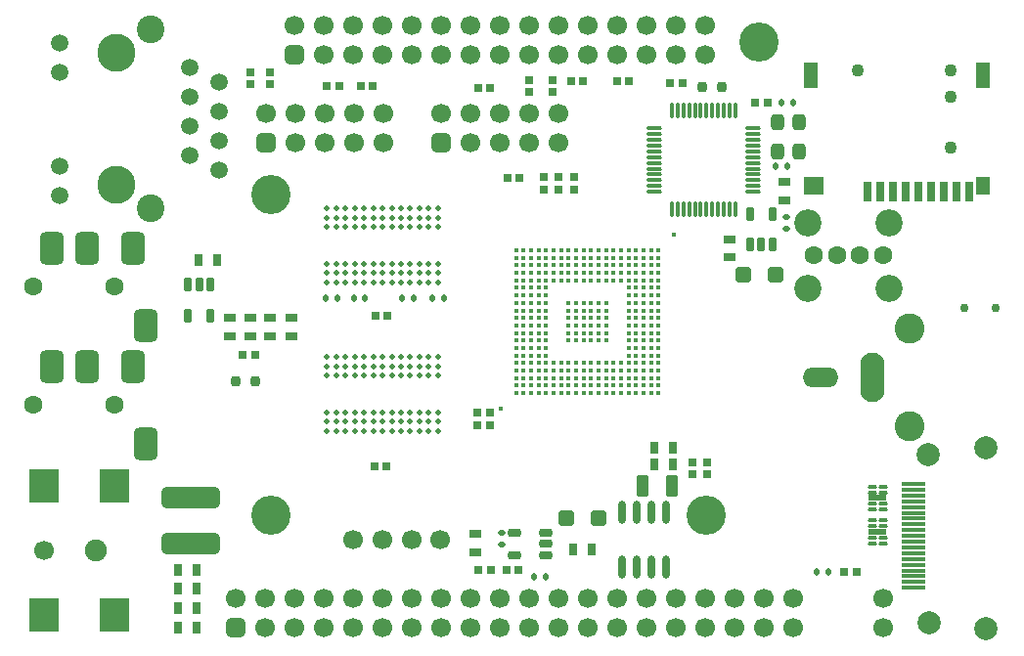
<source format=gts>
G04 Layer_Color=8388736*
%FSLAX44Y44*%
%MOMM*%
G71*
G01*
G75*
%ADD105C,1.6000*%
%ADD108C,1.5000*%
%ADD109C,1.9000*%
%ADD195R,1.0000X0.8000*%
%ADD196R,0.8000X1.0000*%
G04:AMPARAMS|DCode=197|XSize=0.6mm|YSize=0.55mm|CornerRadius=0.1625mm|HoleSize=0mm|Usage=FLASHONLY|Rotation=270.000|XOffset=0mm|YOffset=0mm|HoleType=Round|Shape=RoundedRectangle|*
%AMROUNDEDRECTD197*
21,1,0.6000,0.2250,0,0,270.0*
21,1,0.2750,0.5500,0,0,270.0*
1,1,0.3250,-0.1125,-0.1375*
1,1,0.3250,-0.1125,0.1375*
1,1,0.3250,0.1125,0.1375*
1,1,0.3250,0.1125,-0.1375*
%
%ADD197ROUNDEDRECTD197*%
G04:AMPARAMS|DCode=198|XSize=0.7mm|YSize=0.75mm|CornerRadius=0.2mm|HoleSize=0mm|Usage=FLASHONLY|Rotation=180.000|XOffset=0mm|YOffset=0mm|HoleType=Round|Shape=RoundedRectangle|*
%AMROUNDEDRECTD198*
21,1,0.7000,0.3500,0,0,180.0*
21,1,0.3000,0.7500,0,0,180.0*
1,1,0.4000,-0.1500,0.1750*
1,1,0.4000,0.1500,0.1750*
1,1,0.4000,0.1500,-0.1750*
1,1,0.4000,-0.1500,-0.1750*
%
%ADD198ROUNDEDRECTD198*%
G04:AMPARAMS|DCode=199|XSize=0.7mm|YSize=0.75mm|CornerRadius=0.2mm|HoleSize=0mm|Usage=FLASHONLY|Rotation=90.000|XOffset=0mm|YOffset=0mm|HoleType=Round|Shape=RoundedRectangle|*
%AMROUNDEDRECTD199*
21,1,0.7000,0.3500,0,0,90.0*
21,1,0.3000,0.7500,0,0,90.0*
1,1,0.4000,0.1750,0.1500*
1,1,0.4000,0.1750,-0.1500*
1,1,0.4000,-0.1750,-0.1500*
1,1,0.4000,-0.1750,0.1500*
%
%ADD199ROUNDEDRECTD199*%
%ADD200C,0.5000*%
G04:AMPARAMS|DCode=201|XSize=1.4mm|YSize=1.15mm|CornerRadius=0.3125mm|HoleSize=0mm|Usage=FLASHONLY|Rotation=270.000|XOffset=0mm|YOffset=0mm|HoleType=Round|Shape=RoundedRectangle|*
%AMROUNDEDRECTD201*
21,1,1.4000,0.5250,0,0,270.0*
21,1,0.7750,1.1500,0,0,270.0*
1,1,0.6250,-0.2625,-0.3875*
1,1,0.6250,-0.2625,0.3875*
1,1,0.6250,0.2625,0.3875*
1,1,0.6250,0.2625,-0.3875*
%
%ADD201ROUNDEDRECTD201*%
G04:AMPARAMS|DCode=202|XSize=0.9mm|YSize=0.8mm|CornerRadius=0.225mm|HoleSize=0mm|Usage=FLASHONLY|Rotation=270.000|XOffset=0mm|YOffset=0mm|HoleType=Round|Shape=RoundedRectangle|*
%AMROUNDEDRECTD202*
21,1,0.9000,0.3500,0,0,270.0*
21,1,0.4500,0.8000,0,0,270.0*
1,1,0.4500,-0.1750,-0.2250*
1,1,0.4500,-0.1750,0.2250*
1,1,0.4500,0.1750,0.2250*
1,1,0.4500,0.1750,-0.2250*
%
%ADD202ROUNDEDRECTD202*%
G04:AMPARAMS|DCode=203|XSize=1.3mm|YSize=0.33mm|CornerRadius=0.1075mm|HoleSize=0mm|Usage=FLASHONLY|Rotation=270.000|XOffset=0mm|YOffset=0mm|HoleType=Round|Shape=RoundedRectangle|*
%AMROUNDEDRECTD203*
21,1,1.3000,0.1150,0,0,270.0*
21,1,1.0850,0.3300,0,0,270.0*
1,1,0.2150,-0.0575,-0.5425*
1,1,0.2150,-0.0575,0.5425*
1,1,0.2150,0.0575,0.5425*
1,1,0.2150,0.0575,-0.5425*
%
%ADD203ROUNDEDRECTD203*%
G04:AMPARAMS|DCode=204|XSize=1.3mm|YSize=0.33mm|CornerRadius=0.1075mm|HoleSize=0mm|Usage=FLASHONLY|Rotation=0.000|XOffset=0mm|YOffset=0mm|HoleType=Round|Shape=RoundedRectangle|*
%AMROUNDEDRECTD204*
21,1,1.3000,0.1150,0,0,0.0*
21,1,1.0850,0.3300,0,0,0.0*
1,1,0.2150,0.5425,-0.0575*
1,1,0.2150,-0.5425,-0.0575*
1,1,0.2150,-0.5425,0.0575*
1,1,0.2150,0.5425,0.0575*
%
%ADD204ROUNDEDRECTD204*%
%ADD205C,0.3900*%
%ADD206C,0.4300*%
%ADD207R,2.5000X2.9000*%
G04:AMPARAMS|DCode=208|XSize=2.1mm|YSize=0.35mm|CornerRadius=0.1125mm|HoleSize=0mm|Usage=FLASHONLY|Rotation=0.000|XOffset=0mm|YOffset=0mm|HoleType=Round|Shape=RoundedRectangle|*
%AMROUNDEDRECTD208*
21,1,2.1000,0.1250,0,0,0.0*
21,1,1.8750,0.3500,0,0,0.0*
1,1,0.2250,0.9375,-0.0625*
1,1,0.2250,-0.9375,-0.0625*
1,1,0.2250,-0.9375,0.0625*
1,1,0.2250,0.9375,0.0625*
%
%ADD208ROUNDEDRECTD208*%
%ADD209R,1.7000X1.5000*%
%ADD210R,0.8000X1.7000*%
%ADD211R,1.3000X2.3000*%
%ADD212R,1.3000X1.5000*%
%ADD213O,0.7000X2.0000*%
G04:AMPARAMS|DCode=214|XSize=1.9mm|YSize=5.1mm|CornerRadius=0.5mm|HoleSize=0mm|Usage=FLASHONLY|Rotation=270.000|XOffset=0mm|YOffset=0mm|HoleType=Round|Shape=RoundedRectangle|*
%AMROUNDEDRECTD214*
21,1,1.9000,4.1000,0,0,270.0*
21,1,0.9000,5.1000,0,0,270.0*
1,1,1.0000,-2.0500,-0.4500*
1,1,1.0000,-2.0500,0.4500*
1,1,1.0000,2.0500,0.4500*
1,1,1.0000,2.0500,-0.4500*
%
%ADD214ROUNDEDRECTD214*%
G04:AMPARAMS|DCode=215|XSize=1.1mm|YSize=1.9mm|CornerRadius=0.3mm|HoleSize=0mm|Usage=FLASHONLY|Rotation=0.000|XOffset=0mm|YOffset=0mm|HoleType=Round|Shape=RoundedRectangle|*
%AMROUNDEDRECTD215*
21,1,1.1000,1.3000,0,0,0.0*
21,1,0.5000,1.9000,0,0,0.0*
1,1,0.6000,0.2500,-0.6500*
1,1,0.6000,-0.2500,-0.6500*
1,1,0.6000,-0.2500,0.6500*
1,1,0.6000,0.2500,0.6500*
%
%ADD215ROUNDEDRECTD215*%
G04:AMPARAMS|DCode=216|XSize=1.4mm|YSize=1.4mm|CornerRadius=0.375mm|HoleSize=0mm|Usage=FLASHONLY|Rotation=180.000|XOffset=0mm|YOffset=0mm|HoleType=Round|Shape=RoundedRectangle|*
%AMROUNDEDRECTD216*
21,1,1.4000,0.6500,0,0,180.0*
21,1,0.6500,1.4000,0,0,180.0*
1,1,0.7500,-0.3250,0.3250*
1,1,0.7500,0.3250,0.3250*
1,1,0.7500,0.3250,-0.3250*
1,1,0.7500,-0.3250,-0.3250*
%
%ADD216ROUNDEDRECTD216*%
G04:AMPARAMS|DCode=217|XSize=1.4mm|YSize=1.4mm|CornerRadius=0.375mm|HoleSize=0mm|Usage=FLASHONLY|Rotation=270.000|XOffset=0mm|YOffset=0mm|HoleType=Round|Shape=RoundedRectangle|*
%AMROUNDEDRECTD217*
21,1,1.4000,0.6500,0,0,270.0*
21,1,0.6500,1.4000,0,0,270.0*
1,1,0.7500,-0.3250,-0.3250*
1,1,0.7500,-0.3250,0.3250*
1,1,0.7500,0.3250,0.3250*
1,1,0.7500,0.3250,-0.3250*
%
%ADD217ROUNDEDRECTD217*%
G04:AMPARAMS|DCode=218|XSize=1.15mm|YSize=0.7mm|CornerRadius=0.2mm|HoleSize=0mm|Usage=FLASHONLY|Rotation=180.000|XOffset=0mm|YOffset=0mm|HoleType=Round|Shape=RoundedRectangle|*
%AMROUNDEDRECTD218*
21,1,1.1500,0.3000,0,0,180.0*
21,1,0.7500,0.7000,0,0,180.0*
1,1,0.4000,-0.3750,0.1500*
1,1,0.4000,0.3750,0.1500*
1,1,0.4000,0.3750,-0.1500*
1,1,0.4000,-0.3750,-0.1500*
%
%ADD218ROUNDEDRECTD218*%
G04:AMPARAMS|DCode=219|XSize=1.15mm|YSize=0.7mm|CornerRadius=0.2mm|HoleSize=0mm|Usage=FLASHONLY|Rotation=90.000|XOffset=0mm|YOffset=0mm|HoleType=Round|Shape=RoundedRectangle|*
%AMROUNDEDRECTD219*
21,1,1.1500,0.3000,0,0,90.0*
21,1,0.7500,0.7000,0,0,90.0*
1,1,0.4000,0.1500,0.3750*
1,1,0.4000,0.1500,-0.3750*
1,1,0.4000,-0.1500,-0.3750*
1,1,0.4000,-0.1500,0.3750*
%
%ADD219ROUNDEDRECTD219*%
G04:AMPARAMS|DCode=220|XSize=0.6mm|YSize=0.55mm|CornerRadius=0.1625mm|HoleSize=0mm|Usage=FLASHONLY|Rotation=180.000|XOffset=0mm|YOffset=0mm|HoleType=Round|Shape=RoundedRectangle|*
%AMROUNDEDRECTD220*
21,1,0.6000,0.2250,0,0,180.0*
21,1,0.2750,0.5500,0,0,180.0*
1,1,0.3250,-0.1375,0.1125*
1,1,0.3250,0.1375,0.1125*
1,1,0.3250,0.1375,-0.1125*
1,1,0.3250,-0.1375,-0.1125*
%
%ADD220ROUNDEDRECTD220*%
G04:AMPARAMS|DCode=221|XSize=2.1032mm|YSize=2.9032mm|CornerRadius=0.5766mm|HoleSize=0mm|Usage=FLASHONLY|Rotation=0.000|XOffset=0mm|YOffset=0mm|HoleType=Round|Shape=RoundedRectangle|*
%AMROUNDEDRECTD221*
21,1,2.1032,1.7500,0,0,0.0*
21,1,0.9500,2.9032,0,0,0.0*
1,1,1.1532,0.4750,-0.8750*
1,1,1.1532,-0.4750,-0.8750*
1,1,1.1532,-0.4750,0.8750*
1,1,1.1532,0.4750,0.8750*
%
%ADD221ROUNDEDRECTD221*%
G04:AMPARAMS|DCode=222|XSize=0.3mm|YSize=0.775mm|CornerRadius=0.1mm|HoleSize=0mm|Usage=FLASHONLY|Rotation=90.000|XOffset=0mm|YOffset=0mm|HoleType=Round|Shape=RoundedRectangle|*
%AMROUNDEDRECTD222*
21,1,0.3000,0.5750,0,0,90.0*
21,1,0.1000,0.7750,0,0,90.0*
1,1,0.2000,0.2875,0.0500*
1,1,0.2000,0.2875,-0.0500*
1,1,0.2000,-0.2875,-0.0500*
1,1,0.2000,-0.2875,0.0500*
%
%ADD222ROUNDEDRECTD222*%
%ADD223R,1.6500X0.5000*%
%ADD224C,3.4000*%
%ADD225O,2.1000X4.3000*%
%ADD226O,3.1000X1.7000*%
%ADD227C,2.6000*%
%ADD228C,1.7000*%
%ADD229C,2.3500*%
%ADD230C,2.0000*%
%ADD231C,1.1000*%
%ADD232C,3.3000*%
%ADD233C,2.4000*%
G04:AMPARAMS|DCode=234|XSize=1.7mm|YSize=1.7mm|CornerRadius=0.45mm|HoleSize=0mm|Usage=FLASHONLY|Rotation=0.000|XOffset=0mm|YOffset=0mm|HoleType=Round|Shape=RoundedRectangle|*
%AMROUNDEDRECTD234*
21,1,1.7000,0.8000,0,0,0.0*
21,1,0.8000,1.7000,0,0,0.0*
1,1,0.9000,0.4000,-0.4000*
1,1,0.9000,-0.4000,-0.4000*
1,1,0.9000,-0.4000,0.4000*
1,1,0.9000,0.4000,0.4000*
%
%ADD234ROUNDEDRECTD234*%
%ADD235C,0.7500*%
D105*
X685250Y337251D02*
D03*
X705250D02*
D03*
X725250D02*
D03*
X745250D02*
D03*
X80001Y208252D02*
D03*
X10001D02*
D03*
X80001Y310752D02*
D03*
X10001D02*
D03*
D108*
X170340Y487250D02*
D03*
X144940Y499950D02*
D03*
Y474550D02*
D03*
X170340Y461850D02*
D03*
Y436450D02*
D03*
Y411050D02*
D03*
X144940Y423750D02*
D03*
Y449150D02*
D03*
X32500Y521500D02*
D03*
X32250Y389500D02*
D03*
X32500Y496250D02*
D03*
X32250Y415000D02*
D03*
D109*
X64000Y82000D02*
D03*
D195*
X233249Y267751D02*
D03*
Y283752D02*
D03*
X392498Y80001D02*
D03*
Y96002D02*
D03*
X180249Y267751D02*
D03*
Y283752D02*
D03*
X214249Y267751D02*
D03*
Y283752D02*
D03*
X612500Y351499D02*
D03*
Y335498D02*
D03*
X660001Y400749D02*
D03*
Y384748D02*
D03*
X197249Y283752D02*
D03*
Y267751D02*
D03*
D196*
X476751Y82501D02*
D03*
X492752D02*
D03*
X563249Y170999D02*
D03*
X547248D02*
D03*
X134751Y15001D02*
D03*
X150752D02*
D03*
X134751Y32001D02*
D03*
X150752D02*
D03*
X134751Y65001D02*
D03*
X150752D02*
D03*
X563249Y155999D02*
D03*
X547248D02*
D03*
X152501Y333501D02*
D03*
X168502D02*
D03*
X134751Y49001D02*
D03*
X150752D02*
D03*
D197*
X365000Y300000D02*
D03*
X355000D02*
D03*
X657500Y470000D02*
D03*
X667500D02*
D03*
X662500Y415000D02*
D03*
X652500D02*
D03*
X339000Y300000D02*
D03*
X329000D02*
D03*
X263000D02*
D03*
X273000D02*
D03*
X453499Y59250D02*
D03*
X443499D02*
D03*
X297000Y300000D02*
D03*
X287000D02*
D03*
X698000Y63000D02*
D03*
X688000D02*
D03*
D198*
X306000Y285000D02*
D03*
X316500D02*
D03*
X645250Y470000D02*
D03*
X634750D02*
D03*
X304750Y155000D02*
D03*
X315250D02*
D03*
X191000Y251000D02*
D03*
X201500D02*
D03*
X405499Y65250D02*
D03*
X394999D02*
D03*
X429749D02*
D03*
X419249D02*
D03*
X561000Y487000D02*
D03*
X571500D02*
D03*
X722250Y63000D02*
D03*
X711750D02*
D03*
X303500Y484000D02*
D03*
X293000D02*
D03*
X274500D02*
D03*
X264000D02*
D03*
X430500Y404750D02*
D03*
X420000D02*
D03*
X394750Y482000D02*
D03*
X405250D02*
D03*
X515000Y488000D02*
D03*
X525500D02*
D03*
X475000D02*
D03*
X485500D02*
D03*
D199*
X394000Y200997D02*
D03*
X405000D02*
D03*
Y190497D02*
D03*
X394000D02*
D03*
X464250Y394750D02*
D03*
Y405250D02*
D03*
X451750Y405250D02*
D03*
Y394750D02*
D03*
X478250Y405250D02*
D03*
Y394750D02*
D03*
X593000Y147750D02*
D03*
Y158250D02*
D03*
X580000Y147750D02*
D03*
Y158250D02*
D03*
X197250Y496250D02*
D03*
Y485750D02*
D03*
X214250Y496250D02*
D03*
Y485750D02*
D03*
X439250Y489250D02*
D03*
Y478750D02*
D03*
X459250Y489250D02*
D03*
Y478750D02*
D03*
D200*
X360001Y378002D02*
D03*
Y370000D02*
D03*
Y362002D02*
D03*
Y330000D02*
D03*
Y322002D02*
D03*
Y314001D02*
D03*
X352000Y378002D02*
D03*
Y370000D02*
D03*
Y362002D02*
D03*
Y330000D02*
D03*
Y322002D02*
D03*
Y314001D02*
D03*
X343999Y378002D02*
D03*
Y370000D02*
D03*
Y362002D02*
D03*
Y330000D02*
D03*
Y322002D02*
D03*
Y314001D02*
D03*
X336000Y378002D02*
D03*
Y370000D02*
D03*
Y362002D02*
D03*
Y330000D02*
D03*
Y322002D02*
D03*
Y314001D02*
D03*
X327999Y378002D02*
D03*
Y370000D02*
D03*
Y362002D02*
D03*
Y330000D02*
D03*
Y322002D02*
D03*
Y314001D02*
D03*
X320001Y378002D02*
D03*
Y370000D02*
D03*
Y362002D02*
D03*
Y330000D02*
D03*
Y322002D02*
D03*
Y314001D02*
D03*
X312000Y378002D02*
D03*
Y370000D02*
D03*
Y362002D02*
D03*
Y330000D02*
D03*
Y322002D02*
D03*
Y314001D02*
D03*
X303999Y378002D02*
D03*
Y370000D02*
D03*
Y362002D02*
D03*
Y330000D02*
D03*
Y322002D02*
D03*
Y314001D02*
D03*
X296000Y378002D02*
D03*
Y370000D02*
D03*
Y362002D02*
D03*
Y330000D02*
D03*
Y322002D02*
D03*
Y314001D02*
D03*
X287999Y378002D02*
D03*
Y370000D02*
D03*
Y362002D02*
D03*
Y330000D02*
D03*
Y322002D02*
D03*
Y314001D02*
D03*
X280001Y378002D02*
D03*
Y370000D02*
D03*
Y362002D02*
D03*
Y330000D02*
D03*
Y322002D02*
D03*
Y314001D02*
D03*
X272000Y378002D02*
D03*
Y370000D02*
D03*
Y362002D02*
D03*
Y330000D02*
D03*
Y322002D02*
D03*
Y314001D02*
D03*
X263999Y378002D02*
D03*
Y370000D02*
D03*
Y362002D02*
D03*
Y330000D02*
D03*
Y322002D02*
D03*
Y314001D02*
D03*
X360001Y249251D02*
D03*
Y241250D02*
D03*
Y233252D02*
D03*
Y201250D02*
D03*
Y193252D02*
D03*
Y185251D02*
D03*
X352000Y249251D02*
D03*
Y241250D02*
D03*
Y233252D02*
D03*
Y201250D02*
D03*
Y193252D02*
D03*
Y185251D02*
D03*
X343999Y249251D02*
D03*
Y241250D02*
D03*
Y233252D02*
D03*
Y201250D02*
D03*
Y193252D02*
D03*
Y185251D02*
D03*
X336000Y249251D02*
D03*
Y241250D02*
D03*
Y233252D02*
D03*
Y201250D02*
D03*
Y193252D02*
D03*
Y185251D02*
D03*
X327999Y249251D02*
D03*
Y241250D02*
D03*
Y233252D02*
D03*
Y201250D02*
D03*
Y193252D02*
D03*
Y185251D02*
D03*
X320001Y249251D02*
D03*
Y241250D02*
D03*
Y233252D02*
D03*
Y201250D02*
D03*
Y193252D02*
D03*
Y185251D02*
D03*
X312000Y249251D02*
D03*
Y241250D02*
D03*
Y233252D02*
D03*
Y201250D02*
D03*
Y193252D02*
D03*
Y185251D02*
D03*
X303999Y249251D02*
D03*
Y241250D02*
D03*
Y233252D02*
D03*
Y201250D02*
D03*
Y193252D02*
D03*
Y185251D02*
D03*
X296000Y249251D02*
D03*
Y241250D02*
D03*
Y233252D02*
D03*
Y201250D02*
D03*
Y193252D02*
D03*
Y185251D02*
D03*
X287999Y249251D02*
D03*
Y241250D02*
D03*
Y233252D02*
D03*
Y201250D02*
D03*
Y193252D02*
D03*
Y185251D02*
D03*
X280001Y249251D02*
D03*
Y241250D02*
D03*
Y233252D02*
D03*
Y201250D02*
D03*
Y193252D02*
D03*
Y185251D02*
D03*
X272000Y249251D02*
D03*
Y241250D02*
D03*
Y233252D02*
D03*
Y201250D02*
D03*
Y193252D02*
D03*
Y185251D02*
D03*
X263999Y249251D02*
D03*
Y241250D02*
D03*
Y233252D02*
D03*
Y201250D02*
D03*
Y193252D02*
D03*
Y185251D02*
D03*
D201*
X672500Y427500D02*
D03*
Y452500D02*
D03*
X654000Y427500D02*
D03*
Y452500D02*
D03*
D202*
X588625Y483000D02*
D03*
X605375D02*
D03*
X184875Y228000D02*
D03*
X201625D02*
D03*
D203*
X617501Y463000D02*
D03*
X612499D02*
D03*
X607501D02*
D03*
X602499D02*
D03*
X597501D02*
D03*
X592499D02*
D03*
X587501D02*
D03*
X582499D02*
D03*
X577501D02*
D03*
X572499D02*
D03*
X567501D02*
D03*
X562499D02*
D03*
Y377000D02*
D03*
X567501D02*
D03*
X572499D02*
D03*
X577501D02*
D03*
X582499D02*
D03*
X587501D02*
D03*
X592499D02*
D03*
X597501D02*
D03*
X602499D02*
D03*
X607501D02*
D03*
X612499D02*
D03*
X617501D02*
D03*
D204*
X547000Y447501D02*
D03*
Y442499D02*
D03*
Y437501D02*
D03*
Y432499D02*
D03*
Y427501D02*
D03*
Y422499D02*
D03*
Y417501D02*
D03*
Y412499D02*
D03*
Y407501D02*
D03*
Y402499D02*
D03*
Y397501D02*
D03*
Y392499D02*
D03*
X633000D02*
D03*
Y397501D02*
D03*
Y402499D02*
D03*
Y407501D02*
D03*
Y412499D02*
D03*
Y417501D02*
D03*
Y422499D02*
D03*
Y427501D02*
D03*
Y432499D02*
D03*
Y437501D02*
D03*
Y442499D02*
D03*
Y447501D02*
D03*
D205*
X551000Y218250D02*
D03*
X544500D02*
D03*
X538000D02*
D03*
X531500D02*
D03*
X525000D02*
D03*
X518498D02*
D03*
X511998D02*
D03*
X505498D02*
D03*
X498998D02*
D03*
X492499D02*
D03*
X485999D02*
D03*
X479499D02*
D03*
X472999D02*
D03*
X466499D02*
D03*
X459999D02*
D03*
X453499D02*
D03*
X447000D02*
D03*
X440500D02*
D03*
X434000D02*
D03*
X427500D02*
D03*
X551000Y224750D02*
D03*
X544500D02*
D03*
X538000D02*
D03*
X531500D02*
D03*
X525000D02*
D03*
X518498D02*
D03*
X511998D02*
D03*
X505498D02*
D03*
X498998D02*
D03*
X492499D02*
D03*
X485999D02*
D03*
X479499D02*
D03*
X472999D02*
D03*
X466499D02*
D03*
X459999D02*
D03*
X453499D02*
D03*
X447000D02*
D03*
X440500D02*
D03*
X434000D02*
D03*
X427500D02*
D03*
X551000Y231250D02*
D03*
X544500D02*
D03*
X538000D02*
D03*
X531500D02*
D03*
X525000D02*
D03*
X518498D02*
D03*
X511998D02*
D03*
X505498D02*
D03*
X498998D02*
D03*
X492499D02*
D03*
X485999D02*
D03*
X479499D02*
D03*
X472999D02*
D03*
X466499D02*
D03*
X459999D02*
D03*
X453499D02*
D03*
X447000D02*
D03*
X440500D02*
D03*
X434000D02*
D03*
X427500D02*
D03*
X551000Y237750D02*
D03*
X544500D02*
D03*
X538000D02*
D03*
X531500D02*
D03*
X525000D02*
D03*
X518498D02*
D03*
X511998D02*
D03*
X505498D02*
D03*
X498998D02*
D03*
X492499D02*
D03*
X485999D02*
D03*
X479499D02*
D03*
X472999D02*
D03*
X466499D02*
D03*
X459999D02*
D03*
X453499D02*
D03*
X447000D02*
D03*
X440500D02*
D03*
X434000D02*
D03*
X427500D02*
D03*
X551000Y244249D02*
D03*
X544500D02*
D03*
X538000D02*
D03*
X531500D02*
D03*
X525000D02*
D03*
X518498D02*
D03*
X511998D02*
D03*
X505498D02*
D03*
X498998D02*
D03*
X492499D02*
D03*
X485999D02*
D03*
X479499D02*
D03*
X472999D02*
D03*
X466499D02*
D03*
X459999D02*
D03*
X453499D02*
D03*
X447000D02*
D03*
X440500D02*
D03*
X434000D02*
D03*
X427500D02*
D03*
X551000Y250749D02*
D03*
X544500D02*
D03*
X538000D02*
D03*
X531500D02*
D03*
X525000D02*
D03*
X453499D02*
D03*
X447000D02*
D03*
X440500D02*
D03*
X434000D02*
D03*
X427500D02*
D03*
X551000Y257249D02*
D03*
X544500D02*
D03*
X538000D02*
D03*
X531500D02*
D03*
X525000D02*
D03*
X453499D02*
D03*
X447000D02*
D03*
X440500D02*
D03*
X434000D02*
D03*
X427500D02*
D03*
X551000Y263749D02*
D03*
X544500D02*
D03*
X538000D02*
D03*
X531500D02*
D03*
X525000D02*
D03*
X505498D02*
D03*
X498998D02*
D03*
X492499D02*
D03*
X485999D02*
D03*
X479499D02*
D03*
X472999D02*
D03*
X453499D02*
D03*
X447000D02*
D03*
X440500D02*
D03*
X434000D02*
D03*
X427500D02*
D03*
X551000Y270249D02*
D03*
X544500D02*
D03*
X538000D02*
D03*
X531500D02*
D03*
X525000D02*
D03*
X505498D02*
D03*
X498998D02*
D03*
X492499D02*
D03*
X485999D02*
D03*
X479499D02*
D03*
X472999D02*
D03*
X453499D02*
D03*
X447000D02*
D03*
X440500D02*
D03*
X434000D02*
D03*
X427500D02*
D03*
X551000Y276749D02*
D03*
X544500D02*
D03*
X538000D02*
D03*
X531500D02*
D03*
X525000D02*
D03*
X505498D02*
D03*
X498998D02*
D03*
X492499D02*
D03*
X485999D02*
D03*
X479499D02*
D03*
X472999D02*
D03*
X453499D02*
D03*
X447000D02*
D03*
X440500D02*
D03*
X434000D02*
D03*
X427500D02*
D03*
X551000Y283249D02*
D03*
X544500D02*
D03*
X538000D02*
D03*
X531500D02*
D03*
X525000D02*
D03*
X505498D02*
D03*
X498998D02*
D03*
X492499D02*
D03*
X485999D02*
D03*
X479499D02*
D03*
X472999D02*
D03*
X453499D02*
D03*
X447000D02*
D03*
X440500D02*
D03*
X434000D02*
D03*
X427500D02*
D03*
X551000Y289751D02*
D03*
X544500D02*
D03*
X538000D02*
D03*
X531500D02*
D03*
X525000D02*
D03*
X505498D02*
D03*
X498998D02*
D03*
X492499D02*
D03*
X485999D02*
D03*
X479499D02*
D03*
X472999D02*
D03*
X453499D02*
D03*
X447000D02*
D03*
X440500D02*
D03*
X434000D02*
D03*
X427500D02*
D03*
X551000Y296251D02*
D03*
X544500D02*
D03*
X538000D02*
D03*
X531500D02*
D03*
X525000D02*
D03*
X505498D02*
D03*
X498998D02*
D03*
X492499D02*
D03*
X485999D02*
D03*
X479499D02*
D03*
X472999D02*
D03*
X453499D02*
D03*
X447000D02*
D03*
X440500D02*
D03*
X434000D02*
D03*
X427500D02*
D03*
X551000Y302751D02*
D03*
X544500D02*
D03*
X538000D02*
D03*
X531500D02*
D03*
X525000D02*
D03*
X453499D02*
D03*
X447000D02*
D03*
X440500D02*
D03*
X434000D02*
D03*
X427500D02*
D03*
X551000Y309251D02*
D03*
X544500D02*
D03*
X538000D02*
D03*
X531500D02*
D03*
X525000D02*
D03*
X453499D02*
D03*
X447000D02*
D03*
X440500D02*
D03*
X434000D02*
D03*
X427500D02*
D03*
X551000Y315751D02*
D03*
X544500D02*
D03*
X538000D02*
D03*
X531500D02*
D03*
X525000D02*
D03*
X518498D02*
D03*
X511998D02*
D03*
X505498D02*
D03*
X498998D02*
D03*
X492499D02*
D03*
X485999D02*
D03*
X479499D02*
D03*
X472999D02*
D03*
X466499D02*
D03*
X459999D02*
D03*
X453499D02*
D03*
X447000D02*
D03*
X440500D02*
D03*
X434000D02*
D03*
X427500D02*
D03*
X551000Y322250D02*
D03*
X544500D02*
D03*
X538000D02*
D03*
X531500D02*
D03*
X525000D02*
D03*
X518498D02*
D03*
X511998D02*
D03*
X505498D02*
D03*
X498998D02*
D03*
X492499D02*
D03*
X485999D02*
D03*
X479499D02*
D03*
X472999D02*
D03*
X466499D02*
D03*
X459999D02*
D03*
X453499D02*
D03*
X447000D02*
D03*
X440500D02*
D03*
X434000D02*
D03*
X427500D02*
D03*
X551000Y328750D02*
D03*
X544500D02*
D03*
X538000D02*
D03*
X531500D02*
D03*
X525000D02*
D03*
X518498D02*
D03*
X511998D02*
D03*
X505498D02*
D03*
X498998D02*
D03*
X492499D02*
D03*
X485999D02*
D03*
X479499D02*
D03*
X472999D02*
D03*
X466499D02*
D03*
X459999D02*
D03*
X453499D02*
D03*
X447000D02*
D03*
X440500D02*
D03*
X434000D02*
D03*
X427500D02*
D03*
X551000Y335250D02*
D03*
X544500D02*
D03*
X538000D02*
D03*
X531500D02*
D03*
X525000D02*
D03*
X518498D02*
D03*
X511998D02*
D03*
X505498D02*
D03*
X498998D02*
D03*
X492499D02*
D03*
X485999D02*
D03*
X479499D02*
D03*
X472999D02*
D03*
X466499D02*
D03*
X459999D02*
D03*
X453499D02*
D03*
X447000D02*
D03*
X440500D02*
D03*
X434000D02*
D03*
X427500D02*
D03*
X551000Y341750D02*
D03*
X544500D02*
D03*
X538000D02*
D03*
X531500D02*
D03*
X525000D02*
D03*
X518498D02*
D03*
X511998D02*
D03*
X505498D02*
D03*
X498998D02*
D03*
X492499D02*
D03*
X485999D02*
D03*
X479499D02*
D03*
X472999D02*
D03*
X466499D02*
D03*
X459999D02*
D03*
X453499D02*
D03*
X447000D02*
D03*
X440500D02*
D03*
X434000D02*
D03*
X427500D02*
D03*
D206*
X564249Y355001D02*
D03*
X414249Y204999D02*
D03*
D207*
X19000Y138000D02*
D03*
X80000Y26000D02*
D03*
Y138000D02*
D03*
X19000Y26000D02*
D03*
D208*
X772000Y49499D02*
D03*
Y54500D02*
D03*
Y59499D02*
D03*
Y64500D02*
D03*
Y69499D02*
D03*
Y74500D02*
D03*
Y79499D02*
D03*
Y84500D02*
D03*
Y89499D02*
D03*
Y94500D02*
D03*
Y99501D02*
D03*
Y104500D02*
D03*
Y109501D02*
D03*
Y114500D02*
D03*
Y119501D02*
D03*
Y124500D02*
D03*
Y129501D02*
D03*
Y134500D02*
D03*
Y139501D02*
D03*
D209*
X685500Y397500D02*
D03*
D210*
X764500Y392500D02*
D03*
X731500D02*
D03*
X742500D02*
D03*
X753500D02*
D03*
X819500D02*
D03*
X775500D02*
D03*
X786500D02*
D03*
X808500D02*
D03*
X797500D02*
D03*
D211*
X682500Y493500D02*
D03*
X831500D02*
D03*
D212*
Y397500D02*
D03*
D213*
X557051Y114752D02*
D03*
X544351D02*
D03*
X531651D02*
D03*
X518951D02*
D03*
X557051Y67752D02*
D03*
X544351D02*
D03*
X531651D02*
D03*
X518951D02*
D03*
D214*
X146000Y128000D02*
D03*
Y88000D02*
D03*
D215*
X562500Y137500D02*
D03*
X537500D02*
D03*
D216*
X471000Y110000D02*
D03*
X652000Y320997D02*
D03*
D217*
X499000Y110000D02*
D03*
X624000Y320997D02*
D03*
D218*
X453500Y97000D02*
D03*
Y87500D02*
D03*
X426500Y97000D02*
D03*
X453500Y78000D02*
D03*
X426500D02*
D03*
D219*
X649500Y346500D02*
D03*
X640000D02*
D03*
X649500Y373500D02*
D03*
X630500Y346500D02*
D03*
Y373500D02*
D03*
X143750Y312000D02*
D03*
X153250D02*
D03*
X143750Y285000D02*
D03*
X162750Y312000D02*
D03*
Y285000D02*
D03*
D220*
X415499Y87250D02*
D03*
Y97250D02*
D03*
X661499Y360250D02*
D03*
Y370250D02*
D03*
D221*
X96001Y241252D02*
D03*
X56001D02*
D03*
X26001D02*
D03*
X107001Y174252D02*
D03*
X96001Y343752D02*
D03*
X56001D02*
D03*
X26001D02*
D03*
X107001Y276752D02*
D03*
D222*
X736250Y137250D02*
D03*
Y132250D02*
D03*
Y122250D02*
D03*
Y117250D02*
D03*
X745000Y137250D02*
D03*
Y132250D02*
D03*
Y122250D02*
D03*
Y117250D02*
D03*
X736250Y108000D02*
D03*
Y103000D02*
D03*
Y93000D02*
D03*
Y88000D02*
D03*
X745000Y108000D02*
D03*
Y103000D02*
D03*
Y93000D02*
D03*
Y88000D02*
D03*
D223*
X740750Y127250D02*
D03*
Y98000D02*
D03*
D224*
X637500Y522500D02*
D03*
X592000Y112500D02*
D03*
X215000D02*
D03*
Y390000D02*
D03*
D225*
X736000Y232000D02*
D03*
D226*
X691000D02*
D03*
D227*
X768500Y189500D02*
D03*
Y274500D02*
D03*
D228*
X19000Y82000D02*
D03*
X745000Y40000D02*
D03*
Y14600D02*
D03*
X362200Y91000D02*
D03*
X337600D02*
D03*
X286800D02*
D03*
X312200D02*
D03*
X464600Y435000D02*
D03*
X388400D02*
D03*
X464600Y460400D02*
D03*
X388400D02*
D03*
X439200Y435000D02*
D03*
X413800D02*
D03*
X439200Y460400D02*
D03*
X413800D02*
D03*
X363000D02*
D03*
X286800Y511000D02*
D03*
X312200D02*
D03*
X363000D02*
D03*
X388400D02*
D03*
X439200D02*
D03*
X464600D02*
D03*
X515400D02*
D03*
X540800D02*
D03*
X591600D02*
D03*
X236000Y536400D02*
D03*
X286800D02*
D03*
X312200D02*
D03*
X363000D02*
D03*
X388400D02*
D03*
X439200D02*
D03*
X464600D02*
D03*
X515400D02*
D03*
X540800D02*
D03*
X591600D02*
D03*
X261400Y511000D02*
D03*
X337600D02*
D03*
X413800D02*
D03*
X490000D02*
D03*
X566200D02*
D03*
X261400Y536400D02*
D03*
X337600D02*
D03*
X413800D02*
D03*
X490000D02*
D03*
X566200D02*
D03*
X235800Y15000D02*
D03*
X261200D02*
D03*
X312000D02*
D03*
X337400D02*
D03*
X388200D02*
D03*
X413600D02*
D03*
X464400D02*
D03*
X489800D02*
D03*
X540600D02*
D03*
X185000Y40400D02*
D03*
X235800D02*
D03*
X261200D02*
D03*
X312000D02*
D03*
X337400D02*
D03*
X388200D02*
D03*
X413600D02*
D03*
X464400D02*
D03*
X489800D02*
D03*
X540600D02*
D03*
X210400Y15000D02*
D03*
X286600D02*
D03*
X362800D02*
D03*
X439000D02*
D03*
X515200D02*
D03*
X210400Y40400D02*
D03*
X286600D02*
D03*
X362800D02*
D03*
X439000D02*
D03*
X515200D02*
D03*
X642200D02*
D03*
X566000D02*
D03*
X642200Y15000D02*
D03*
X566000D02*
D03*
X667600Y40400D02*
D03*
X616800D02*
D03*
X591400D02*
D03*
X667600Y15000D02*
D03*
X616800D02*
D03*
X591400D02*
D03*
X211000Y460400D02*
D03*
X261800D02*
D03*
X287200D02*
D03*
X261800Y435000D02*
D03*
X287200D02*
D03*
X236400Y460400D02*
D03*
X312600D02*
D03*
X236400Y435000D02*
D03*
X312600D02*
D03*
D229*
X680250Y308750D02*
D03*
Y365750D02*
D03*
X750250D02*
D03*
Y308750D02*
D03*
D230*
X834250Y14000D02*
D03*
Y171000D02*
D03*
X785000Y19500D02*
D03*
X784750Y164500D02*
D03*
D231*
X723500Y497500D02*
D03*
X803500D02*
D03*
X804000Y474999D02*
D03*
Y431001D02*
D03*
D232*
X81440Y512650D02*
D03*
Y398350D02*
D03*
D233*
X111250Y532970D02*
D03*
Y378030D02*
D03*
D234*
X363000Y435000D02*
D03*
X236000Y511000D02*
D03*
X185000Y15000D02*
D03*
X211000Y435000D02*
D03*
D235*
X815999Y292250D02*
D03*
X842999D02*
D03*
M02*

</source>
